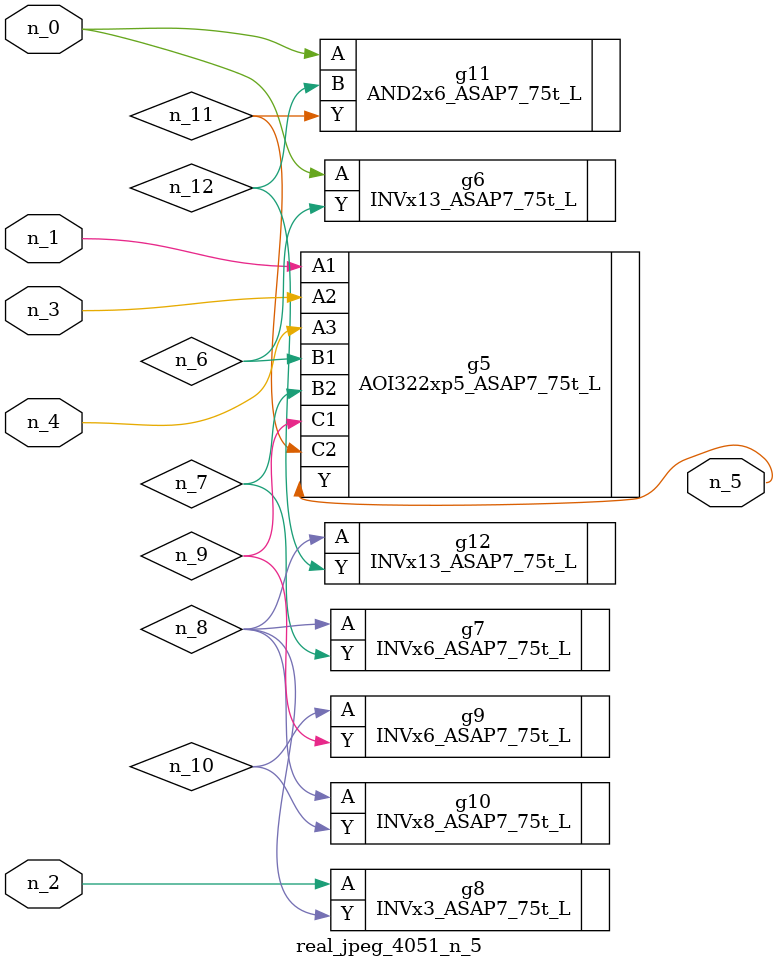
<source format=v>
module real_jpeg_4051_n_5 (n_4, n_0, n_1, n_2, n_3, n_5);

input n_4;
input n_0;
input n_1;
input n_2;
input n_3;

output n_5;

wire n_12;
wire n_8;
wire n_11;
wire n_6;
wire n_7;
wire n_10;
wire n_9;

INVx13_ASAP7_75t_L g6 ( 
.A(n_0),
.Y(n_6)
);

AND2x6_ASAP7_75t_L g11 ( 
.A(n_0),
.B(n_12),
.Y(n_11)
);

AOI322xp5_ASAP7_75t_L g5 ( 
.A1(n_1),
.A2(n_3),
.A3(n_4),
.B1(n_6),
.B2(n_7),
.C1(n_9),
.C2(n_11),
.Y(n_5)
);

INVx3_ASAP7_75t_L g8 ( 
.A(n_2),
.Y(n_8)
);

INVx6_ASAP7_75t_L g7 ( 
.A(n_8),
.Y(n_7)
);

INVx8_ASAP7_75t_L g10 ( 
.A(n_8),
.Y(n_10)
);

INVx13_ASAP7_75t_L g12 ( 
.A(n_8),
.Y(n_12)
);

INVx6_ASAP7_75t_L g9 ( 
.A(n_10),
.Y(n_9)
);


endmodule
</source>
